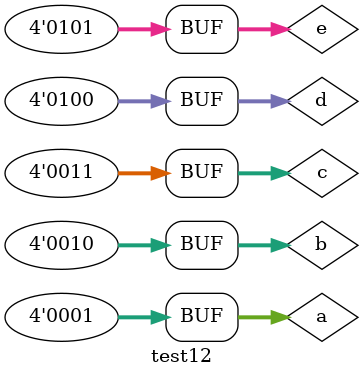
<source format=v>
module test12;
	reg [3:0]a,b,c,d,e,f;
	initial 
		$monitor ($time ,"a = %d b = %d c = %d d = %d e = %d f = %d",a,b,c,d,e,f);
	initial
	begin
		#2 a = 4'd01;//1
		#3 b = 4'd02;//4
		#1 c = 4'd03;//6
	end
	initial
	begin
		#1 d= 4'd04;//3
		#3 e = 4'd05;//4
		#2 c <= 4'd06;//6
	end
endmodule 
</source>
